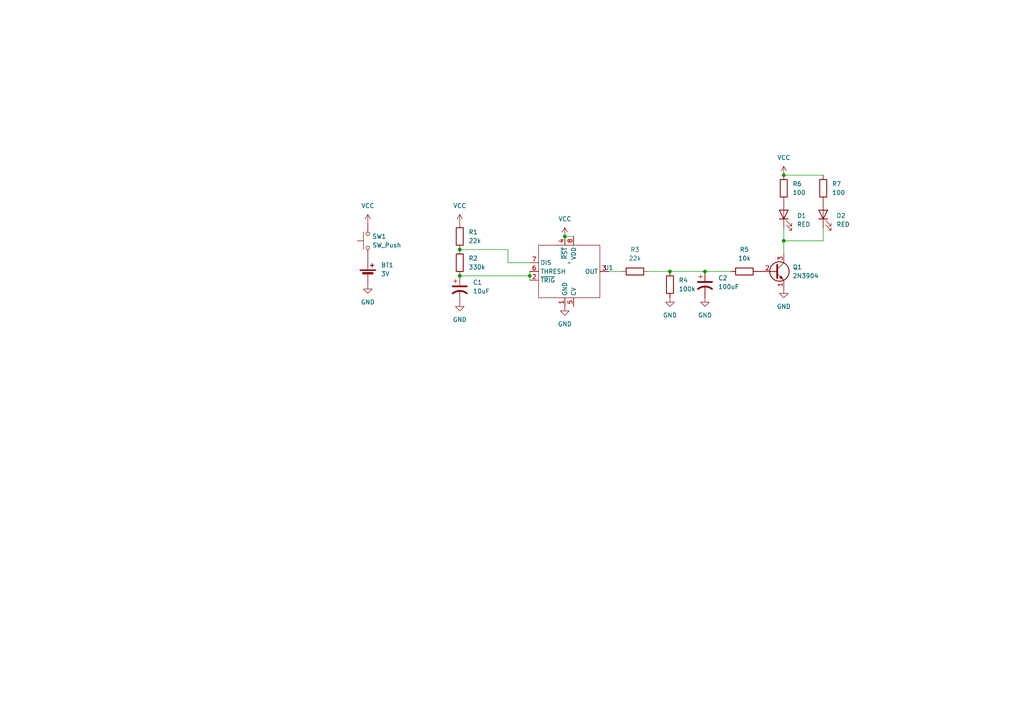
<source format=kicad_sch>
(kicad_sch (version 20230121) (generator eeschema)
  (paper "A4")
  (lib_symbols
    (symbol "Device:Battery_Cell" (pin_numbers hide) (pin_names (offset 0) hide)
      (property "Reference" "BT" (at 2.54 2.54 0))
      (property "Value" "Battery_Cell" (at 2.54 0 0))
      (symbol "Battery_Cell_0_1"
        (rectangle (start -2.286 1.778) (end 2.286 1.524) (fill (type outline)))
        (rectangle (start -1.524 1.016) (end 1.524 0.508) (fill (type outline)))
        (polyline (pts (xy 0 0.762) (xy 0 0)))
        (polyline (pts (xy 0 1.778) (xy 0 2.54)))
        (polyline (pts (xy 0.762 3.048) (xy 1.778 3.048)) (stroke (width 0.254)))
        (polyline (pts (xy 1.27 3.556) (xy 1.27 2.54)) (stroke (width 0.254)))
      )
      (symbol "Battery_Cell_1_1"
        (pin passive line (at 0 5.08 270) (length 2.54) (name "+") (number "1"))
        (pin passive line (at 0 -2.54 90) (length 2.54) (name "-") (number "2"))
      )
    )
    (symbol "Device:C_Polarized_US" (pin_numbers hide) (pin_names (offset 0.254) hide)
      (property "Reference" "C" (at 0.635 2.54 0))
      (property "Value" "C_Polarized_US" (at 0.635 -2.54 0))
      (symbol "C_Polarized_US_0_1"
        (polyline (pts (xy -2.032 0.762) (xy 2.032 0.762)) (stroke (width 0.508)))
        (polyline (pts (xy -1.778 2.286) (xy -0.762 2.286)))
        (polyline (pts (xy -1.27 1.778) (xy -1.27 2.794)))
        (arc (start 2.032 -1.27) (mid 0 -0.5572) (end -2.032 -1.27) (stroke (width 0.508)))
      )
      (symbol "C_Polarized_US_1_1"
        (pin passive line (at 0 3.81 270) (length 2.794) (name "~") (number "1"))
        (pin passive line (at 0 -3.81 90) (length 3.302) (name "~") (number "2"))
      )
    )
    (symbol "Device:LED" (pin_numbers hide) (pin_names (offset 1.016) hide)
      (property "Reference" "D" (at 0 2.54 0))
      (property "Value" "LED" (at 0 -2.54 0))
      (symbol "LED_0_1"
        (polyline (pts (xy -1.27 -1.27) (xy -1.27 1.27)) (stroke (width 0.254)))
        (polyline (pts (xy -1.27 0) (xy 1.27 0)))
        (polyline (pts (xy 1.27 -1.27) (xy 1.27 1.27) (xy -1.27 0) (xy 1.27 -1.27)) (stroke (width 0.254)))
        (polyline (pts (xy -3.048 -0.762) (xy -4.572 -2.286) (xy -3.81 -2.286) (xy -4.572 -2.286) (xy -4.572 -1.524)))
        (polyline (pts (xy -1.778 -0.762) (xy -3.302 -2.286) (xy -2.54 -2.286) (xy -3.302 -2.286) (xy -3.302 -1.524)))
      )
      (symbol "LED_1_1"
        (pin passive line (at -3.81 0 0) (length 2.54) (name "K") (number "1"))
        (pin passive line (at 3.81 0 180) (length 2.54) (name "A") (number "2"))
      )
    )
    (symbol "Device:R" (pin_numbers hide) (pin_names (offset 0))
      (property "Reference" "R" (at 2.032 0 90))
      (property "Value" "R" (at 0 0 90))
      (symbol "R_0_1"
        (rectangle (start -1.016 -2.54) (end 1.016 2.54) (stroke (width 0.254)))
      )
      (symbol "R_1_1"
        (pin passive line (at 0 3.81 270) (length 1.27) (name "~") (number "1"))
        (pin passive line (at 0 -3.81 90) (length 1.27) (name "~") (number "2"))
      )
    )
    (symbol "Switch:SW_Push" (pin_numbers hide) (pin_names (offset 1.016) hide)
      (property "Reference" "SW" (at 1.27 2.54 0))
      (property "Value" "SW_Push" (at 0 -1.524 0))
      (symbol "SW_Push_0_1"
        (circle (center -2.032 0) (radius 0.508))
        (polyline (pts (xy 0 1.27) (xy 0 3.048)))
        (polyline (pts (xy 2.54 1.27) (xy -2.54 1.27)))
        (circle (center 2.032 0) (radius 0.508))
        (pin passive line (at -5.08 0 0) (length 2.54) (name "1") (number "1"))
        (pin passive line (at 5.08 0 180) (length 2.54) (name "2") (number "2"))
      )
    )
    (symbol "Transistor_BJT:2N3904" (pin_names (offset 0) hide)
      (property "Reference" "Q" (at 5.08 1.905 0))
      (property "Value" "2N3904" (at 5.08 0 0))
      (symbol "2N3904_0_1"
        (polyline (pts (xy 0.635 0.635) (xy 2.54 2.54)))
        (polyline (pts (xy 0.635 -0.635) (xy 2.54 -2.54) (xy 2.54 -2.54)))
        (polyline (pts (xy 0.635 1.905) (xy 0.635 -1.905) (xy 0.635 -1.905)) (stroke (width 0.508)))
        (polyline (pts (xy 1.27 -1.778) (xy 1.778 -1.27) (xy 2.286 -2.286) (xy 1.27 -1.778) (xy 1.27 -1.778)) (fill (type outline)))
        (circle (center 1.27 0) (radius 2.8194) (stroke (width 0.254)))
      )
      (symbol "2N3904_1_1"
        (pin passive line (at 2.54 -5.08 90) (length 2.54) (name "E") (number "1"))
        (pin passive line (at -5.08 0 0) (length 5.715) (name "B") (number "2"))
        (pin passive line (at 2.54 5.08 270) (length 2.54) (name "C") (number "3"))
      )
    )
    (symbol "me433:7555"
      (property "Reference" "U" (at -7.62 8.89 0))
      (symbol "7555_0_1"
        (rectangle (start -8.89 7.62) (end 8.89 -7.62))
      )
      (symbol "7555_1_1"
        (pin input line (at -1.27 -10.16 90) (length 2.54) (name "GND") (number "1"))
        (pin input line (at -11.43 -2.54 0) (length 2.54) (name "~{TRIG}") (number "2"))
        (pin input line (at 11.43 0 180) (length 2.54) (name "OUT") (number "3"))
        (pin input line (at -1.27 10.16 270) (length 2.54) (name "~{RST}") (number "4"))
        (pin input line (at 1.27 -10.16 90) (length 2.54) (name "CV") (number "5"))
        (pin input line (at -11.43 0 0) (length 2.54) (name "THRESH") (number "6"))
        (pin input line (at -11.43 2.54 0) (length 2.54) (name "DIS") (number "7"))
        (pin input line (at 1.27 10.16 270) (length 2.54) (name "VDD") (number "8"))
      )
    )
    (symbol "power:GND" (power) (pin_names (offset 0))
      (property "Value" "GND" (at 0 -3.81 0))
      (symbol "GND_0_1"
        (polyline (pts (xy 0 0) (xy 0 -1.27) (xy 1.27 -1.27) (xy 0 -2.54) (xy -1.27 -1.27) (xy 0 -1.27)))
      )
      (symbol "GND_1_1"
        (pin power_in line (at 0 0 270) (length 0) hide (name "GND") (number "1"))
      )
    )
    (symbol "power:VCC" (power) (pin_names (offset 0))
      (property "Value" "VCC" (at 0 3.81 0))
      (symbol "VCC_0_1"
        (polyline (pts (xy -0.762 1.27) (xy 0 2.54)))
        (polyline (pts (xy 0 0) (xy 0 2.54)))
        (polyline (pts (xy 0 2.54) (xy 0.762 1.27)))
      )
      (symbol "VCC_1_1"
        (pin power_in line (at 0 0 90) (length 0) hide (name "VCC") (number "1"))
      )
    )
  )
  (junction (at 204.47 78.74))
  (junction (at 227.33 69.85))
  (junction (at 194.31 78.74))
  (junction (at 153.67 80.01))
  (junction (at 163.83 68.58))
  (junction (at 227.33 50.8))
  (junction (at 133.35 80.01))
  (junction (at 133.35 72.39))
  (wire (pts (xy 227.33 69.85) (xy 238.76 69.85)))
  (wire (pts (xy 227.33 69.85) (xy 227.33 73.66)))
  (wire (pts (xy 227.33 69.85) (xy 227.33 66.04)))
  (wire (pts (xy 204.47 78.74) (xy 212.09 78.74)))
  (wire (pts (xy 163.83 68.58) (xy 166.37 68.58)))
  (wire (pts (xy 147.32 76.2) (xy 153.67 76.2)))
  (wire (pts (xy 133.35 80.01) (xy 153.67 80.01)))
  (wire (pts (xy 153.67 80.01) (xy 153.67 81.28)))
  (wire (pts (xy 227.33 50.8) (xy 238.76 50.8)))
  (wire (pts (xy 133.35 72.39) (xy 147.32 72.39)))
  (wire (pts (xy 187.96 78.74) (xy 194.31 78.74)))
  (wire (pts (xy 153.67 78.74) (xy 153.67 80.01)))
  (wire (pts (xy 176.53 78.74) (xy 180.34 78.74)))
  (wire (pts (xy 238.76 69.85) (xy 238.76 66.04)))
  (wire (pts (xy 147.32 72.39) (xy 147.32 76.2)))
  (wire (pts (xy 194.31 78.74) (xy 204.47 78.74)))
  (symbol (lib_id "me433:7555") (at 165.1 78.74 0) (unit 1)
    (property "Reference" "U1" (at 176.53 77.6321 0))
    (property "Value" "~" (at 165.1 76.2 0))
    (property "Footprint" "me433:ICM7555-PDIP" (effects hide))
  )
  (symbol (lib_id "Device:R") (at 215.9 78.74 90) (unit 1)
    (property "Reference" "R5" (at 215.9 72.39 90))
    (property "Value" "10k" (at 215.9 74.93 90))
    (property "Footprint" "Resistor_SMD:R_0805_2012Metric" (effects hide))
  )
  (symbol (lib_id "power:GND") (at 204.47 86.36 0) (unit 1)
    (property "Reference" "#PWR08" (effects hide))
    (property "Value" "GND" (at 204.47 91.44 0))
  )
  (symbol (lib_id "power:GND") (at 227.33 83.82 0) (unit 1)
    (property "Reference" "#PWR09" (effects hide))
    (property "Value" "GND" (at 227.33 88.9 0))
  )
  (symbol (lib_id "power:GND") (at 194.31 86.36 0) (unit 1)
    (property "Reference" "#PWR07" (effects hide))
    (property "Value" "GND" (at 194.31 91.44 0))
  )
  (symbol (lib_id "power:VCC") (at 163.83 68.58 0) (unit 1)
    (property "Reference" "#PWR03" (effects hide))
    (property "Value" "VCC" (at 163.83 63.5 0))
  )
  (symbol (lib_id "Transistor_BJT:2N3904") (at 224.79 78.74 0) (unit 1)
    (property "Reference" "Q1" (at 229.87 77.47 0) (effects (justify left)))
    (property "Value" "2N3904" (at 229.87 80.01 0) (effects (justify left)))
    (property "Footprint" "Package_TO_SOT_THT:TO-92_Inline" (effects hide))
    (property "Datasheet" "https://www.onsemi.com/pub/Collateral/2N3903-D.PDF" (effects hide))
  )
  (symbol (lib_id "Device:Battery_Cell") (at 106.68 80.01 0) (unit 1)
    (property "Reference" "BT1" (at 110.49 76.8985 0) (effects (justify left)))
    (property "Value" "3V" (at 110.49 79.4385 0) (effects (justify left)))
    (property "Footprint" "Battery:BatteryHolder_Keystone_103_1x20mm" (effects hide))
  )
  (symbol (lib_id "Device:R") (at 133.35 76.2 0) (unit 1)
    (property "Reference" "R2" (at 135.89 74.93 0) (effects (justify left)))
    (property "Value" "330k" (at 135.89 77.47 0) (effects (justify left)))
    (property "Footprint" "Resistor_SMD:R_0805_2012Metric" (effects hide))
  )
  (symbol (lib_id "Device:R") (at 238.76 54.61 0) (unit 1)
    (property "Reference" "R7" (at 241.3 53.34 0) (effects (justify left)))
    (property "Value" "100" (at 241.3 55.88 0) (effects (justify left)))
    (property "Footprint" "Resistor_SMD:R_0805_2012Metric" (effects hide))
  )
  (symbol (lib_id "power:GND") (at 163.83 88.9 0) (unit 1)
    (property "Reference" "#PWR06" (effects hide))
    (property "Value" "GND" (at 163.83 93.98 0))
  )
  (symbol (lib_id "Device:LED") (at 227.33 62.23 90) (unit 1)
    (property "Reference" "D1" (at 231.14 62.5475 90) (effects (justify right)))
    (property "Value" "RED" (at 231.14 65.0875 90) (effects (justify right)))
    (property "Footprint" "LED_SMD:LED_0805_2012Metric" (effects hide))
  )
  (symbol (lib_id "power:VCC") (at 227.33 50.8 0) (unit 1)
    (property "Reference" "#PWR01" (effects hide))
    (property "Value" "VCC" (at 227.33 45.72 0))
  )
  (symbol (lib_id "power:GND") (at 133.35 87.63 0) (unit 1)
    (property "Reference" "#PWR04" (effects hide))
    (property "Value" "GND" (at 133.35 92.71 0))
  )
  (symbol (lib_id "Device:C_Polarized_US") (at 133.35 83.82 0) (unit 1)
    (property "Reference" "C1" (at 137.16 81.915 0) (effects (justify left)))
    (property "Value" "10uF" (at 137.16 84.455 0) (effects (justify left)))
    (property "Footprint" "Capacitor_THT:CP_Radial_D8.0mm_P3.50mm" (effects hide))
  )
  (symbol (lib_id "power:VCC") (at 133.35 64.77 0) (unit 1)
    (property "Reference" "#PWR02" (effects hide))
    (property "Value" "VCC" (at 133.35 59.69 0))
  )
  (symbol (lib_id "Switch:SW_Push") (at 106.68 69.85 90) (unit 1)
    (property "Reference" "SW1" (at 107.95 68.58 90) (effects (justify right)))
    (property "Value" "SW_Push" (at 107.95 71.12 90) (effects (justify right)))
    (property "Footprint" "Button_Switch_SMD:SW_DIP_SPSTx01_Slide_Copal_CHS-01A_W5.08mm_P1.27mm_JPin" (effects hide))
  )
  (symbol (lib_id "Device:R") (at 227.33 54.61 0) (unit 1)
    (property "Reference" "R6" (at 229.87 53.34 0) (effects (justify left)))
    (property "Value" "100" (at 229.87 55.88 0) (effects (justify left)))
    (property "Footprint" "Resistor_SMD:R_0805_2012Metric" (effects hide))
  )
  (symbol (lib_id "Device:R") (at 133.35 68.58 0) (unit 1)
    (property "Reference" "R1" (at 135.89 67.31 0) (effects (justify left)))
    (property "Value" "22k" (at 135.89 69.85 0) (effects (justify left)))
    (property "Footprint" "Resistor_SMD:R_0805_2012Metric" (effects hide))
  )
  (symbol (lib_id "Device:LED") (at 238.76 62.23 90) (unit 1)
    (property "Reference" "D2" (at 242.57 62.5475 90) (effects (justify right)))
    (property "Value" "RED" (at 242.57 65.0875 90) (effects (justify right)))
    (property "Footprint" "LED_SMD:LED_0805_2012Metric" (effects hide))
  )
  (symbol (lib_id "Device:R") (at 184.15 78.74 90) (unit 1)
    (property "Reference" "R3" (at 184.15 72.39 90))
    (property "Value" "22k" (at 184.15 74.93 90))
    (property "Footprint" "Resistor_SMD:R_0805_2012Metric" (effects hide))
  )
  (symbol (lib_id "Device:C_Polarized_US") (at 204.47 82.55 0) (unit 1)
    (property "Reference" "C2" (at 208.28 80.645 0) (effects (justify left)))
    (property "Value" "100uF" (at 208.28 83.185 0) (effects (justify left)))
    (property "Footprint" "Capacitor_THT:CP_Radial_D10.0mm_P3.80mm" (effects hide))
  )
  (symbol (lib_id "Device:R") (at 194.31 82.55 0) (unit 1)
    (property "Reference" "R4" (at 196.85 81.28 0) (effects (justify left)))
    (property "Value" "100k" (at 196.85 83.82 0) (effects (justify left)))
    (property "Footprint" "Resistor_SMD:R_0805_2012Metric" (effects hide))
  )
  (symbol (lib_id "power:GND") (at 106.68 82.55 0) (unit 1)
    (property "Reference" "#PWR05" (effects hide))
    (property "Value" "GND" (at 106.68 87.63 0))
  )
  (symbol (lib_id "power:VCC") (at 106.68 64.77 0) (unit 1)
    (property "Reference" "#PWR010" (effects hide))
    (property "Value" "VCC" (at 106.68 59.69 0))
  )
)
</source>
